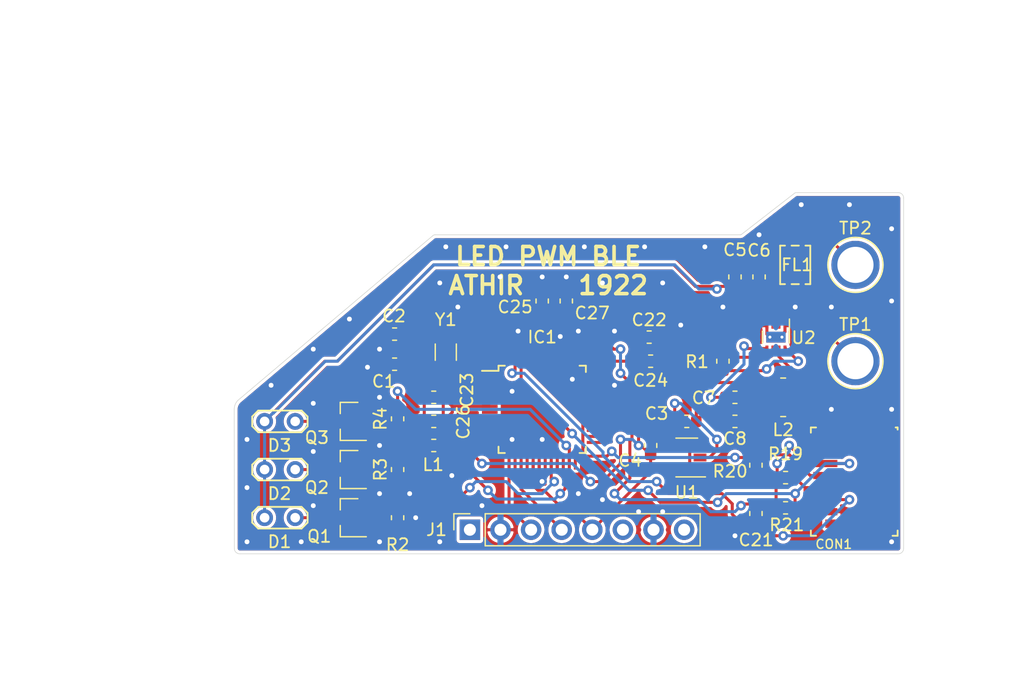
<source format=kicad_pcb>
(kicad_pcb (version 20171130) (host pcbnew "(5.1.0)-1")
  (layers (0 F.Cu signal) (31 B.Cu signal) (34 B.Paste user) (35 F.Paste user) (36 B.SilkS user) (37 F.SilkS user) (38 B.Mask user) (39 F.Mask user) (44 Edge.Cuts user))
  (net 0 "")
  (net 1 GND)
  (net 2 "Net-(C1-Pad1)")
  (net 3 "Net-(C2-Pad1)")
  (net 4 "Net-(C3-Pad2)")
  (net 5 +5V)
  (net 6 VCC)
  (net 7 +12V)
  (net 8 /DEBUG/MCU_RESET)
  (net 9 /SAMD21PWR/GNDANA)
  (net 10 /SAMD21PWR/VDDANA)
  (net 11 /SAMD21PWR/VDDCORE)
  (net 12 /UART_TX)
  (net 13 /DEBUG/SWCLK)
  (net 14 /DEBUG/SWDIO)
  (net 15 "Net-(D1-Pad1)")
  (net 16 "Net-(D2-Pad1)")
  (net 17 "Net-(D3-Pad1)")
  (net 18 "Net-(FL1-Pad2)")
  (net 19 "Net-(FL1-Pad1)")
  (net 20 "Net-(J1-Pad8)")
  (net 21 "Net-(J1-Pad6)")
  (net 22 /BLE_RX)
  (net 23 /BLE_TX)
  (net 24 "Net-(J1-Pad1)")
  (net 25 "Net-(L2-Pad1)")
  (net 26 "Net-(Q1-Pad1)")
  (net 27 "Net-(Q2-Pad1)")
  (net 28 "Net-(Q3-Pad1)")
  (net 29 "Net-(R1-Pad2)")
  (net 30 /PWM_2-TCC5)
  (net 31 /PWM_0-TCC2)
  (net 32 /PWM_1-TCC0)
  (net 33 "Net-(U1-Pad4)")
  (net 34 "Net-(IC1-Pad48)")
  (net 35 "Net-(IC1-Pad41)")
  (net 36 "Net-(IC1-Pad39)")
  (net 37 "Net-(IC1-Pad38)")
  (net 38 "Net-(IC1-Pad37)")
  (net 39 "Net-(IC1-Pad34)")
  (net 40 "Net-(IC1-Pad33)")
  (net 41 "Net-(IC1-Pad32)")
  (net 42 "Net-(IC1-Pad31)")
  (net 43 "Net-(IC1-Pad30)")
  (net 44 "Net-(IC1-Pad29)")
  (net 45 "Net-(IC1-Pad28)")
  (net 46 "Net-(IC1-Pad27)")
  (net 47 "Net-(IC1-Pad26)")
  (net 48 "Net-(IC1-Pad25)")
  (net 49 "Net-(IC1-Pad24)")
  (net 50 "Net-(IC1-Pad22)")
  (net 51 "Net-(IC1-Pad19)")
  (net 52 "Net-(IC1-Pad16)")
  (net 53 "Net-(IC1-Pad14)")
  (net 54 "Net-(IC1-Pad12)")
  (net 55 "Net-(IC1-Pad11)")
  (net 56 "Net-(IC1-Pad10)")
  (net 57 "Net-(IC1-Pad9)")
  (net 58 "Net-(IC1-Pad8)")
  (net 59 "Net-(IC1-Pad7)")
  (net 60 "Net-(IC1-Pad4)")
  (net 61 "Net-(IC1-Pad3)")
  (net 62 "Net-(C7-Pad2)")
  (net 63 "Net-(CON1-Pad7)")
  (module athir:HFW6R_2STE1LF (layer F.Cu) (at 177 103 270)
    (fp_text reference CON1 (at 5.2 -0.2) (layer F.SilkS) (effects (font (size 0.75 0.75) (thickness 0.125))))
    (fp_text value FPC_6POS)
    (pad 7 smd rect (at 3.5 -1.6 270) (size 0.7 4.2) (layers F.Cu F.Paste F.Mask) (net 63 "Net-(CON1-Pad7)"))
    (pad 6 smd rect (at 2.5 0.5 270) (size 0.6 2) (layers F.Cu F.Paste F.Mask) (net 1 GND))
    (pad 5 smd rect (at 1.5 0.5 270) (size 0.6 2) (layers F.Cu F.Paste F.Mask) (net 12 /UART_TX))
    (pad 4 smd rect (at 0.5 0.5 270) (size 0.6 2) (layers F.Cu F.Paste F.Mask) (net 8 /DEBUG/MCU_RESET))
    (pad 3 smd rect (at -0.5 0.5 270) (size 0.6 2) (layers F.Cu F.Paste F.Mask) (net 13 /DEBUG/SWCLK))
    (pad 2 smd rect (at -1.5 0.5 270) (size 0.6 2) (layers F.Cu F.Paste F.Mask) (net 14 /DEBUG/SWDIO))
    (pad 1 smd rect (at -2.5 0.5 270) (size 0.6 2) (layers F.Cu F.Paste F.Mask) (net 6 VCC))
    (pad 7 smd rect (at -3.5 -1.6 270) (size 0.7 4.2) (layers F.Cu F.Paste F.Mask) (net 63 "Net-(CON1-Pad7)"))
  )
  (module Crystal:Crystal_SMD_3215-2Pin_3.2x1.5mm (layer F.Cu) (at 145 92.25 90)
    (fp_text reference Y1 (at 2.7 0 180) (layer F.SilkS))
    (fp_text value Crystal_Small)
    (pad 2 smd rect (at -1.25 0 90) (size 1 1.8) (layers F.Cu F.Paste F.Mask) (net 2 "Net-(C1-Pad1)"))
    (pad 1 smd rect (at 1.25 0 90) (size 1 1.8) (layers F.Cu F.Paste F.Mask) (net 3 "Net-(C2-Pad1)"))
  )
  (module TestPoint:TestPoint_Plated_Hole_D3.0mm (layer F.Cu) (at 179 85)
    (fp_text reference TP2 (at 0 -3.048) (layer F.SilkS))
    (fp_text value PSU-)
    (pad 1 thru_hole circle (at 0 0) (size 4 4) (drill 3) (layers *.Cu *.Mask) (net 18 "Net-(FL1-Pad2)"))
  )
  (module TestPoint:TestPoint_Plated_Hole_D3.0mm (layer F.Cu) (at 179 93)
    (fp_text reference TP1 (at 0 -3.048) (layer F.SilkS))
    (fp_text value PSU+)
    (pad 1 thru_hole circle (at 0 0) (size 4 4) (drill 3) (layers *.Cu *.Mask) (net 19 "Net-(FL1-Pad1)"))
  )
  (module Package_QFP:TQFP-48_7x7mm_P0.5mm (layer F.Cu) (at 153 97)
    (fp_text reference IC1 (at 0 -6) (layer F.SilkS))
    (fp_text value ATSAMD21G18A-AU)
    (pad 48 smd rect (at -2.75 -4.35 90) (size 1.3 0.25) (layers F.Cu F.Paste F.Mask) (net 34 "Net-(IC1-Pad48)"))
    (pad 47 smd rect (at -2.25 -4.35 90) (size 1.3 0.25) (layers F.Cu F.Paste F.Mask) (net 12 /UART_TX))
    (pad 46 smd rect (at -1.75 -4.35 90) (size 1.3 0.25) (layers F.Cu F.Paste F.Mask) (net 14 /DEBUG/SWDIO))
    (pad 45 smd rect (at -1.25 -4.35 90) (size 1.3 0.25) (layers F.Cu F.Paste F.Mask) (net 13 /DEBUG/SWCLK))
    (pad 44 smd rect (at -0.75 -4.35 90) (size 1.3 0.25) (layers F.Cu F.Paste F.Mask) (net 6 VCC))
    (pad 43 smd rect (at -0.25 -4.35 90) (size 1.3 0.25) (layers F.Cu F.Paste F.Mask) (net 11 /SAMD21PWR/VDDCORE))
    (pad 42 smd rect (at 0.25 -4.35 90) (size 1.3 0.25) (layers F.Cu F.Paste F.Mask) (net 1 GND))
    (pad 41 smd rect (at 0.75 -4.35 90) (size 1.3 0.25) (layers F.Cu F.Paste F.Mask) (net 35 "Net-(IC1-Pad41)"))
    (pad 40 smd rect (at 1.25 -4.35 90) (size 1.3 0.25) (layers F.Cu F.Paste F.Mask) (net 8 /DEBUG/MCU_RESET))
    (pad 39 smd rect (at 1.75 -4.35 90) (size 1.3 0.25) (layers F.Cu F.Paste F.Mask) (net 36 "Net-(IC1-Pad39)"))
    (pad 38 smd rect (at 2.25 -4.35 90) (size 1.3 0.25) (layers F.Cu F.Paste F.Mask) (net 37 "Net-(IC1-Pad38)"))
    (pad 37 smd rect (at 2.75 -4.35 90) (size 1.3 0.25) (layers F.Cu F.Paste F.Mask) (net 38 "Net-(IC1-Pad37)"))
    (pad 36 smd rect (at 4.35 -2.75) (size 1.3 0.25) (layers F.Cu F.Paste F.Mask) (net 6 VCC))
    (pad 35 smd rect (at 4.35 -2.25) (size 1.3 0.25) (layers F.Cu F.Paste F.Mask) (net 1 GND))
    (pad 34 smd rect (at 4.35 -1.75) (size 1.3 0.25) (layers F.Cu F.Paste F.Mask) (net 39 "Net-(IC1-Pad34)"))
    (pad 33 smd rect (at 4.35 -1.25) (size 1.3 0.25) (layers F.Cu F.Paste F.Mask) (net 40 "Net-(IC1-Pad33)"))
    (pad 32 smd rect (at 4.35 -0.75) (size 1.3 0.25) (layers F.Cu F.Paste F.Mask) (net 41 "Net-(IC1-Pad32)"))
    (pad 31 smd rect (at 4.35 -0.25) (size 1.3 0.25) (layers F.Cu F.Paste F.Mask) (net 42 "Net-(IC1-Pad31)"))
    (pad 30 smd rect (at 4.35 0.25) (size 1.3 0.25) (layers F.Cu F.Paste F.Mask) (net 43 "Net-(IC1-Pad30)"))
    (pad 29 smd rect (at 4.35 0.75) (size 1.3 0.25) (layers F.Cu F.Paste F.Mask) (net 44 "Net-(IC1-Pad29)"))
    (pad 28 smd rect (at 4.35 1.25) (size 1.3 0.25) (layers F.Cu F.Paste F.Mask) (net 45 "Net-(IC1-Pad28)"))
    (pad 27 smd rect (at 4.35 1.75) (size 1.3 0.25) (layers F.Cu F.Paste F.Mask) (net 46 "Net-(IC1-Pad27)"))
    (pad 26 smd rect (at 4.35 2.25) (size 1.3 0.25) (layers F.Cu F.Paste F.Mask) (net 47 "Net-(IC1-Pad26)"))
    (pad 25 smd rect (at 4.35 2.75) (size 1.3 0.25) (layers F.Cu F.Paste F.Mask) (net 48 "Net-(IC1-Pad25)"))
    (pad 24 smd rect (at 2.75 4.35 90) (size 1.3 0.25) (layers F.Cu F.Paste F.Mask) (net 49 "Net-(IC1-Pad24)"))
    (pad 23 smd rect (at 2.25 4.35 90) (size 1.3 0.25) (layers F.Cu F.Paste F.Mask) (net 32 /PWM_1-TCC0))
    (pad 22 smd rect (at 1.75 4.35 90) (size 1.3 0.25) (layers F.Cu F.Paste F.Mask) (net 50 "Net-(IC1-Pad22)"))
    (pad 21 smd rect (at 1.25 4.35 90) (size 1.3 0.25) (layers F.Cu F.Paste F.Mask) (net 31 /PWM_0-TCC2))
    (pad 20 smd rect (at 0.75 4.35 90) (size 1.3 0.25) (layers F.Cu F.Paste F.Mask) (net 30 /PWM_2-TCC5))
    (pad 19 smd rect (at 0.25 4.35 90) (size 1.3 0.25) (layers F.Cu F.Paste F.Mask) (net 51 "Net-(IC1-Pad19)"))
    (pad 18 smd rect (at -0.25 4.35 90) (size 1.3 0.25) (layers F.Cu F.Paste F.Mask) (net 1 GND))
    (pad 17 smd rect (at -0.75 4.35 90) (size 1.3 0.25) (layers F.Cu F.Paste F.Mask) (net 6 VCC))
    (pad 16 smd rect (at -1.25 4.35 90) (size 1.3 0.25) (layers F.Cu F.Paste F.Mask) (net 52 "Net-(IC1-Pad16)"))
    (pad 15 smd rect (at -1.75 4.35 90) (size 1.3 0.25) (layers F.Cu F.Paste F.Mask) (net 22 /BLE_RX))
    (pad 14 smd rect (at -2.25 4.35 90) (size 1.3 0.25) (layers F.Cu F.Paste F.Mask) (net 53 "Net-(IC1-Pad14)"))
    (pad 13 smd rect (at -2.75 4.35 90) (size 1.3 0.25) (layers F.Cu F.Paste F.Mask) (net 23 /BLE_TX))
    (pad 12 smd rect (at -4.35 2.75) (size 1.3 0.25) (layers F.Cu F.Paste F.Mask) (net 54 "Net-(IC1-Pad12)"))
    (pad 11 smd rect (at -4.35 2.25) (size 1.3 0.25) (layers F.Cu F.Paste F.Mask) (net 55 "Net-(IC1-Pad11)"))
    (pad 10 smd rect (at -4.35 1.75) (size 1.3 0.25) (layers F.Cu F.Paste F.Mask) (net 56 "Net-(IC1-Pad10)"))
    (pad 9 smd rect (at -4.35 1.25) (size 1.3 0.25) (layers F.Cu F.Paste F.Mask) (net 57 "Net-(IC1-Pad9)"))
    (pad 8 smd rect (at -4.35 0.75) (size 1.3 0.25) (layers F.Cu F.Paste F.Mask) (net 58 "Net-(IC1-Pad8)"))
    (pad 7 smd rect (at -4.35 0.25) (size 1.3 0.25) (layers F.Cu F.Paste F.Mask) (net 59 "Net-(IC1-Pad7)"))
    (pad 6 smd rect (at -4.35 -0.25) (size 1.3 0.25) (layers F.Cu F.Paste F.Mask) (net 10 /SAMD21PWR/VDDANA))
    (pad 5 smd rect (at -4.35 -0.75) (size 1.3 0.25) (layers F.Cu F.Paste F.Mask) (net 9 /SAMD21PWR/GNDANA))
    (pad 4 smd rect (at -4.35 -1.25) (size 1.3 0.25) (layers F.Cu F.Paste F.Mask) (net 60 "Net-(IC1-Pad4)"))
    (pad 3 smd rect (at -4.35 -1.75) (size 1.3 0.25) (layers F.Cu F.Paste F.Mask) (net 61 "Net-(IC1-Pad3)"))
    (pad 2 smd rect (at -4.35 -2.25) (size 1.3 0.25) (layers F.Cu F.Paste F.Mask) (net 2 "Net-(C1-Pad1)"))
    (pad 1 smd rect (at -4.35 -2.75) (size 1.3 0.25) (layers F.Cu F.Paste F.Mask) (net 3 "Net-(C2-Pad1)"))
  )
  (module Package_SON:WSON-8-1EP_2x2mm_P0.5mm_EP0.9x1.6mm_ThermalVias (layer F.Cu) (at 172.4 91 270)
    (fp_text reference U2 (at 0.05 -2.3) (layer F.SilkS))
    (fp_text value TPS62173DSG)
    (pad 9 smd rect (at 0 0 270) (size 0.9 1.6) (layers B.Cu) (net 1 GND))
    (pad 6 smd rect (at 0.95 0.25 270) (size 0.5 0.25) (layers F.Cu F.Paste F.Mask) (net 5 +5V))
    (pad 5 smd rect (at 0.95 0.75 270) (size 0.5 0.25) (layers F.Cu F.Paste F.Mask) (net 62 "Net-(C7-Pad2)"))
    (pad 4 smd rect (at -0.95 0.75 270) (size 0.5 0.25) (layers F.Cu F.Paste F.Mask) (net 1 GND))
    (pad 2 smd rect (at -0.95 -0.25 270) (size 0.5 0.25) (layers F.Cu F.Paste F.Mask) (net 7 +12V))
    (pad 1 smd rect (at -0.95 -0.75 270) (size 0.5 0.25) (layers F.Cu F.Paste F.Mask) (net 1 GND))
    (pad 9 smd rect (at 0 0 270) (size 0.9 1.6) (layers F.Cu F.Mask) (net 1 GND))
    (pad 9 thru_hole circle (at 0 0.5 270) (size 0.6 0.6) (drill 0.25) (layers *.Cu) (net 1 GND))
    (pad 9 thru_hole circle (at 0 -0.5 270) (size 0.6 0.6) (drill 0.25) (layers *.Cu) (net 1 GND))
    (pad 8 smd rect (at 0.95 -0.75 270) (size 0.5 0.25) (layers F.Cu F.Paste F.Mask) (net 29 "Net-(R1-Pad2)"))
    (pad 7 smd rect (at 0.95 -0.25 270) (size 0.5 0.25) (layers F.Cu F.Paste F.Mask) (net 25 "Net-(L2-Pad1)"))
    (pad 3 smd rect (at -0.95 0.25 270) (size 0.5 0.25) (layers F.Cu F.Paste F.Mask) (net 7 +12V))
  )
  (module Package_TO_SOT_SMD:SOT-23-5 (layer F.Cu) (at 165 101 180)
    (fp_text reference U1 (at 0 -2.9 180) (layer F.SilkS))
    (fp_text value MIC5504-3.3YM5)
    (pad 5 smd rect (at 1.1 -0.95 180) (size 1.06 0.65) (layers F.Cu F.Paste F.Mask) (net 6 VCC))
    (pad 4 smd rect (at 1.1 0.95 180) (size 1.06 0.65) (layers F.Cu F.Paste F.Mask) (net 33 "Net-(U1-Pad4)"))
    (pad 3 smd rect (at -1.1 0.95 180) (size 1.06 0.65) (layers F.Cu F.Paste F.Mask) (net 5 +5V))
    (pad 2 smd rect (at -1.1 0 180) (size 1.06 0.65) (layers F.Cu F.Paste F.Mask) (net 4 "Net-(C3-Pad2)"))
    (pad 1 smd rect (at -1.1 -0.95 180) (size 1.06 0.65) (layers F.Cu F.Paste F.Mask) (net 5 +5V))
  )
  (module Resistor_SMD:R_0603_1608Metric (layer F.Cu) (at 173.2 105.18)
    (fp_text reference R21 (at 0.1 1.42) (layer F.SilkS))
    (fp_text value 100kohm)
    (pad 2 smd roundrect (at 0.7875 0) (size 0.875 0.95) (layers F.Cu F.Paste F.Mask) (net 14 /DEBUG/SWDIO))
    (pad 1 smd roundrect (at -0.7875 0) (size 0.875 0.95) (layers F.Cu F.Paste F.Mask) (net 6 VCC))
  )
  (module Resistor_SMD:R_0603_1608Metric (layer F.Cu) (at 170.74 101.64 90)
    (fp_text reference R20 (at -0.51 -2.14 180) (layer F.SilkS))
    (fp_text value 100kohm)
    (pad 2 smd roundrect (at 0.7875 0 90) (size 0.875 0.95) (layers F.Cu F.Paste F.Mask) (net 13 /DEBUG/SWCLK))
    (pad 1 smd roundrect (at -0.7875 0 90) (size 0.875 0.95) (layers F.Cu F.Paste F.Mask) (net 6 VCC))
  )
  (module Resistor_SMD:R_0603_1608Metric (layer F.Cu) (at 173.2 102.67)
    (fp_text reference R19 (at 0 -1.97) (layer F.SilkS))
    (fp_text value 100kohm)
    (pad 2 smd roundrect (at 0.7875 0) (size 0.875 0.95) (layers F.Cu F.Paste F.Mask) (net 8 /DEBUG/MCU_RESET))
    (pad 1 smd roundrect (at -0.7875 0) (size 0.875 0.95) (layers F.Cu F.Paste F.Mask) (net 6 VCC))
  )
  (module Resistor_SMD:R_0603_1608Metric (layer F.Cu) (at 141 97.7875 90)
    (fp_text reference R4 (at 0 -1.43 90) (layer F.SilkS))
    (fp_text value 1k)
    (pad 2 smd roundrect (at 0.7875 0 90) (size 0.875 0.95) (layers F.Cu F.Paste F.Mask) (net 32 /PWM_1-TCC0))
    (pad 1 smd roundrect (at -0.7875 0 90) (size 0.875 0.95) (layers F.Cu F.Paste F.Mask) (net 28 "Net-(Q3-Pad1)"))
  )
  (module Resistor_SMD:R_0603_1608Metric (layer F.Cu) (at 141 102 90)
    (fp_text reference R3 (at 0 -1.43 90) (layer F.SilkS))
    (fp_text value 1k)
    (pad 2 smd roundrect (at 0.7875 0 90) (size 0.875 0.95) (layers F.Cu F.Paste F.Mask) (net 31 /PWM_0-TCC2))
    (pad 1 smd roundrect (at -0.7875 0 90) (size 0.875 0.95) (layers F.Cu F.Paste F.Mask) (net 27 "Net-(Q2-Pad1)"))
  )
  (module Resistor_SMD:R_0603_1608Metric (layer F.Cu) (at 141 106 90)
    (fp_text reference R2 (at -2.25 0 180) (layer F.SilkS))
    (fp_text value 1k)
    (pad 2 smd roundrect (at 0.7875 0 90) (size 0.875 0.95) (layers F.Cu F.Paste F.Mask) (net 30 /PWM_2-TCC5))
    (pad 1 smd roundrect (at -0.7875 0 90) (size 0.875 0.95) (layers F.Cu F.Paste F.Mask) (net 26 "Net-(Q1-Pad1)"))
  )
  (module Resistor_SMD:R_0603_1608Metric (layer F.Cu) (at 168 93 270)
    (fp_text reference R1 (at 0.05 2.15) (layer F.SilkS))
    (fp_text value 100k)
    (pad 2 smd roundrect (at 0.7875 0 270) (size 0.875 0.95) (layers F.Cu F.Paste F.Mask) (net 29 "Net-(R1-Pad2)"))
    (pad 1 smd roundrect (at -0.7875 0 270) (size 0.875 0.95) (layers F.Cu F.Paste F.Mask) (net 5 +5V))
  )
  (module Package_TO_SOT_SMD:SOT-23 (layer F.Cu) (at 137 98 180)
    (fp_text reference Q3 (at 2.7 -1.35 180) (layer F.SilkS))
    (fp_text value NTR5103NT1G)
    (pad 3 smd rect (at 1 0 180) (size 0.9 0.8) (layers F.Cu F.Paste F.Mask) (net 17 "Net-(D3-Pad1)"))
    (pad 2 smd rect (at -1 0.95 180) (size 0.9 0.8) (layers F.Cu F.Paste F.Mask) (net 1 GND))
    (pad 1 smd rect (at -1 -0.95 180) (size 0.9 0.8) (layers F.Cu F.Paste F.Mask) (net 28 "Net-(Q3-Pad1)"))
  )
  (module Package_TO_SOT_SMD:SOT-23 (layer F.Cu) (at 137 102 180)
    (fp_text reference Q2 (at 2.7 -1.5 180) (layer F.SilkS))
    (fp_text value NTR5103NT1G)
    (pad 3 smd rect (at 1 0 180) (size 0.9 0.8) (layers F.Cu F.Paste F.Mask) (net 16 "Net-(D2-Pad1)"))
    (pad 2 smd rect (at -1 0.95 180) (size 0.9 0.8) (layers F.Cu F.Paste F.Mask) (net 1 GND))
    (pad 1 smd rect (at -1 -0.95 180) (size 0.9 0.8) (layers F.Cu F.Paste F.Mask) (net 27 "Net-(Q2-Pad1)"))
  )
  (module Package_TO_SOT_SMD:SOT-23 (layer F.Cu) (at 137 106 180)
    (fp_text reference Q1 (at 2.5 -1.55 180) (layer F.SilkS))
    (fp_text value NTR5103NT1G)
    (pad 3 smd rect (at 1 0 180) (size 0.9 0.8) (layers F.Cu F.Paste F.Mask) (net 15 "Net-(D1-Pad1)"))
    (pad 2 smd rect (at -1 0.95 180) (size 0.9 0.8) (layers F.Cu F.Paste F.Mask) (net 1 GND))
    (pad 1 smd rect (at -1 -0.95 180) (size 0.9 0.8) (layers F.Cu F.Paste F.Mask) (net 26 "Net-(Q1-Pad1)"))
  )
  (module Inductor_SMD:L_Wuerth_MAPI-3020 (layer F.Cu) (at 173 96 180)
    (fp_text reference L2 (at 0 -2.7 180) (layer F.SilkS))
    (fp_text value 2.2uH)
    (pad 2 smd rect (at 1.075 0 180) (size 1.35 3.4) (layers F.Cu F.Paste F.Mask) (net 5 +5V))
    (pad 1 smd rect (at -1.075 0 180) (size 1.35 3.4) (layers F.Cu F.Paste F.Mask) (net 25 "Net-(L2-Pad1)"))
  )
  (module Inductor_SMD:L_0603_1608Metric (layer F.Cu) (at 144 100)
    (fp_text reference L1 (at -0.05 1.6) (layer F.SilkS))
    (fp_text value Ferrite_Bead_Small)
    (pad 2 smd roundrect (at 0.7875 0) (size 0.875 0.95) (layers F.Cu F.Paste F.Mask) (net 6 VCC))
    (pad 1 smd roundrect (at -0.7875 0) (size 0.875 0.95) (layers F.Cu F.Paste F.Mask) (net 10 /SAMD21PWR/VDDANA))
  )
  (module Connector_PinSocket_2.54mm:PinSocket_1x08_P2.54mm_Vertical (layer F.Cu) (at 147 107 90)
    (fp_text reference J1 (at 0 -2.77 180) (layer F.SilkS))
    (fp_text value Conn_01x08)
    (pad 8 thru_hole oval (at 0 17.78 90) (size 1.7 1.7) (drill 1) (layers *.Cu *.Mask) (net 20 "Net-(J1-Pad8)"))
    (pad 7 thru_hole oval (at 0 15.24 90) (size 1.7 1.7) (drill 1) (layers *.Cu *.Mask) (net 1 GND))
    (pad 6 thru_hole oval (at 0 12.7 90) (size 1.7 1.7) (drill 1) (layers *.Cu *.Mask) (net 21 "Net-(J1-Pad6)"))
    (pad 5 thru_hole oval (at 0 10.16 90) (size 1.7 1.7) (drill 1) (layers *.Cu *.Mask) (net 6 VCC))
    (pad 4 thru_hole oval (at 0 7.62 90) (size 1.7 1.7) (drill 1) (layers *.Cu *.Mask) (net 22 /BLE_RX))
    (pad 3 thru_hole oval (at 0 5.08 90) (size 1.7 1.7) (drill 1) (layers *.Cu *.Mask) (net 23 /BLE_TX))
    (pad 2 thru_hole oval (at 0 2.54 90) (size 1.7 1.7) (drill 1) (layers *.Cu *.Mask) (net 1 GND))
    (pad 1 thru_hole rect (at 0 0 90) (size 1.7 1.7) (drill 1) (layers *.Cu *.Mask) (net 24 "Net-(J1-Pad1)"))
  )
  (module athir:ACP3225 (layer F.Cu) (at 174 85 270)
    (fp_text reference FL1 (at 0 -0.15) (layer F.SilkS))
    (fp_text value ACP3225)
    (pad 3 smd rect (at 1.4 0.575 270) (size 0.9 0.4) (layers F.Cu F.Paste F.Mask) (net 1 GND))
    (pad 4 smd rect (at 1.4 -0.575 270) (size 0.9 0.4) (layers F.Cu F.Paste F.Mask) (net 7 +12V))
    (pad 2 smd rect (at -1.4 0.575 270) (size 0.9 0.4) (layers F.Cu F.Paste F.Mask) (net 18 "Net-(FL1-Pad2)"))
    (pad 1 smd rect (at -1.4 -0.575 270) (size 0.9 0.4) (layers F.Cu F.Paste F.Mask) (net 19 "Net-(FL1-Pad1)"))
  )
  (module TestPoint:TestPoint_2Pads_Pitch2.54mm_Drill0.8mm (layer F.Cu) (at 132.5 98 180)
    (fp_text reference D3 (at 1.3 -2 180) (layer F.SilkS))
    (fp_text value LED_ALT)
    (pad 2 thru_hole circle (at 2.54 0 180) (size 1.4 1.4) (drill 0.8) (layers *.Cu *.Mask) (net 7 +12V))
    (pad 1 thru_hole circle (at 0 0 180) (size 1.4 1.4) (drill 0.8) (layers *.Cu *.Mask) (net 17 "Net-(D3-Pad1)"))
  )
  (module TestPoint:TestPoint_2Pads_Pitch2.54mm_Drill0.8mm (layer F.Cu) (at 132.5 102 180)
    (fp_text reference D2 (at 1.3 -2 180) (layer F.SilkS))
    (fp_text value LED_ALT)
    (pad 2 thru_hole circle (at 2.54 0 180) (size 1.4 1.4) (drill 0.8) (layers *.Cu *.Mask) (net 7 +12V))
    (pad 1 thru_hole circle (at 0 0 180) (size 1.4 1.4) (drill 0.8) (layers *.Cu *.Mask) (net 16 "Net-(D2-Pad1)"))
  )
  (module TestPoint:TestPoint_2Pads_Pitch2.54mm_Drill0.8mm (layer F.Cu) (at 132.5 106 180)
    (fp_text reference D1 (at 1.3 -2 180) (layer F.SilkS))
    (fp_text value LED_ALT)
    (pad 2 thru_hole circle (at 2.54 0 180) (size 1.4 1.4) (drill 0.8) (layers *.Cu *.Mask) (net 7 +12V))
    (pad 1 thru_hole circle (at 0 0 180) (size 1.4 1.4) (drill 0.8) (layers *.Cu *.Mask) (net 15 "Net-(D1-Pad1)"))
  )
  (module Capacitor_SMD:C_0603_1608Metric (layer F.Cu) (at 155 88 90)
    (fp_text reference C27 (at -1 2.15 180) (layer F.SilkS))
    (fp_text value 1uF)
    (pad 2 smd roundrect (at 0.7875 0 90) (size 0.875 0.95) (layers F.Cu F.Paste F.Mask) (net 1 GND))
    (pad 1 smd roundrect (at -0.7875 0 90) (size 0.875 0.95) (layers F.Cu F.Paste F.Mask) (net 11 /SAMD21PWR/VDDCORE))
  )
  (module Capacitor_SMD:C_0603_1608Metric (layer F.Cu) (at 144 98 180)
    (fp_text reference C26 (at -2.45 -0.05 270) (layer F.SilkS))
    (fp_text value 100nF)
    (pad 2 smd roundrect (at 0.7875 0 180) (size 0.875 0.95) (layers F.Cu F.Paste F.Mask) (net 9 /SAMD21PWR/GNDANA))
    (pad 1 smd roundrect (at -0.7875 0 180) (size 0.875 0.95) (layers F.Cu F.Paste F.Mask) (net 10 /SAMD21PWR/VDDANA))
  )
  (module Capacitor_SMD:C_0603_1608Metric (layer F.Cu) (at 153 88 90)
    (fp_text reference C25 (at -0.5 -2.25 180) (layer F.SilkS))
    (fp_text value 100nF)
    (pad 2 smd roundrect (at 0.7875 0 90) (size 0.875 0.95) (layers F.Cu F.Paste F.Mask) (net 1 GND))
    (pad 1 smd roundrect (at -0.7875 0 90) (size 0.875 0.95) (layers F.Cu F.Paste F.Mask) (net 6 VCC))
  )
  (module Capacitor_SMD:C_0603_1608Metric (layer F.Cu) (at 162 93)
    (fp_text reference C24 (at 0 1.6) (layer F.SilkS))
    (fp_text value 100nF)
    (pad 2 smd roundrect (at 0.7875 0) (size 0.875 0.95) (layers F.Cu F.Paste F.Mask) (net 1 GND))
    (pad 1 smd roundrect (at -0.7875 0) (size 0.875 0.95) (layers F.Cu F.Paste F.Mask) (net 6 VCC))
  )
  (module Capacitor_SMD:C_0603_1608Metric (layer F.Cu) (at 144 96 180)
    (fp_text reference C23 (at -2.75 0.6 270) (layer F.SilkS))
    (fp_text value 10uF)
    (pad 2 smd roundrect (at 0.7875 0 180) (size 0.875 0.95) (layers F.Cu F.Paste F.Mask) (net 9 /SAMD21PWR/GNDANA))
    (pad 1 smd roundrect (at -0.7875 0 180) (size 0.875 0.95) (layers F.Cu F.Paste F.Mask) (net 10 /SAMD21PWR/VDDANA))
  )
  (module Capacitor_SMD:C_0603_1608Metric (layer F.Cu) (at 161.88 91)
    (fp_text reference C22 (at 0 -1.43) (layer F.SilkS))
    (fp_text value 10uF)
    (pad 2 smd roundrect (at 0.7875 0) (size 0.875 0.95) (layers F.Cu F.Paste F.Mask) (net 1 GND))
    (pad 1 smd roundrect (at -0.7875 0) (size 0.875 0.95) (layers F.Cu F.Paste F.Mask) (net 6 VCC))
  )
  (module Capacitor_SMD:C_0603_1608Metric (layer F.Cu) (at 170.74 105.65 270)
    (fp_text reference C21 (at 2.2 -0.01) (layer F.SilkS))
    (fp_text value 100nF)
    (pad 2 smd roundrect (at 0.7875 0 270) (size 0.875 0.95) (layers F.Cu F.Paste F.Mask) (net 1 GND))
    (pad 1 smd roundrect (at -0.7875 0 270) (size 0.875 0.95) (layers F.Cu F.Paste F.Mask) (net 8 /DEBUG/MCU_RESET))
  )
  (module Capacitor_SMD:C_0603_1608Metric (layer F.Cu) (at 169 98 180)
    (fp_text reference C8 (at 0 -1.43 180) (layer F.SilkS))
    (fp_text value 100nF)
    (pad 2 smd roundrect (at 0.7875 0 180) (size 0.875 0.95) (layers F.Cu F.Paste F.Mask) (net 62 "Net-(C7-Pad2)"))
    (pad 1 smd roundrect (at -0.7875 0 180) (size 0.875 0.95) (layers F.Cu F.Paste F.Mask) (net 5 +5V))
  )
  (module Capacitor_SMD:C_0603_1608Metric (layer F.Cu) (at 169 96 180)
    (fp_text reference C7 (at 2.6 -0.05 180) (layer F.SilkS))
    (fp_text value 22uF)
    (pad 2 smd roundrect (at 0.7875 0 180) (size 0.875 0.95) (layers F.Cu F.Paste F.Mask) (net 62 "Net-(C7-Pad2)"))
    (pad 1 smd roundrect (at -0.7875 0 180) (size 0.875 0.95) (layers F.Cu F.Paste F.Mask) (net 5 +5V))
  )
  (module Capacitor_SMD:C_0603_1608Metric (layer F.Cu) (at 171 86 90)
    (fp_text reference C6 (at 2.2 0 180) (layer F.SilkS))
    (fp_text value 22uF)
    (pad 2 smd roundrect (at 0.7875 0 90) (size 0.875 0.95) (layers F.Cu F.Paste F.Mask) (net 1 GND))
    (pad 1 smd roundrect (at -0.7875 0 90) (size 0.875 0.95) (layers F.Cu F.Paste F.Mask) (net 7 +12V))
  )
  (module Capacitor_SMD:C_0603_1608Metric (layer F.Cu) (at 169 86 90)
    (fp_text reference C5 (at 2.25 0 180) (layer F.SilkS))
    (fp_text value 100nF)
    (pad 2 smd roundrect (at 0.7875 0 90) (size 0.875 0.95) (layers F.Cu F.Paste F.Mask) (net 1 GND))
    (pad 1 smd roundrect (at -0.7875 0 90) (size 0.875 0.95) (layers F.Cu F.Paste F.Mask) (net 7 +12V))
  )
  (module Capacitor_SMD:C_0603_1608Metric (layer F.Cu) (at 162 100 90)
    (fp_text reference C4 (at -1.25 -1.7 180) (layer F.SilkS))
    (fp_text value 10uF)
    (pad 2 smd roundrect (at 0.7875 0 90) (size 0.875 0.95) (layers F.Cu F.Paste F.Mask) (net 4 "Net-(C3-Pad2)"))
    (pad 1 smd roundrect (at -0.7875 0 90) (size 0.875 0.95) (layers F.Cu F.Paste F.Mask) (net 6 VCC))
  )
  (module Capacitor_SMD:C_0603_1608Metric (layer F.Cu) (at 165 98 180)
    (fp_text reference C3 (at 2.5 0.65 180) (layer F.SilkS))
    (fp_text value 100nF)
    (pad 2 smd roundrect (at 0.7875 0 180) (size 0.875 0.95) (layers F.Cu F.Paste F.Mask) (net 4 "Net-(C3-Pad2)"))
    (pad 1 smd roundrect (at -0.7875 0 180) (size 0.875 0.95) (layers F.Cu F.Paste F.Mask) (net 5 +5V))
  )
  (module Capacitor_SMD:C_0603_1608Metric (layer F.Cu) (at 140.75 90.75 180)
    (fp_text reference C2 (at 0.05 1.5 180) (layer F.SilkS))
    (fp_text value 15pF)
    (pad 2 smd roundrect (at 0.7875 0 180) (size 0.875 0.95) (layers F.Cu F.Paste F.Mask) (net 1 GND))
    (pad 1 smd roundrect (at -0.7875 0 180) (size 0.875 0.95) (layers F.Cu F.Paste F.Mask) (net 3 "Net-(C2-Pad1)"))
  )
  (module Capacitor_SMD:C_0603_1608Metric (layer F.Cu) (at 140.75 93.25 180)
    (fp_text reference C1 (at 0.9 -1.43 180) (layer F.SilkS))
    (fp_text value 15pF)
    (pad 2 smd roundrect (at 0.7875 0 180) (size 0.875 0.95) (layers F.Cu F.Paste F.Mask) (net 1 GND))
    (pad 1 smd roundrect (at -0.7875 0 180) (size 0.875 0.95) (layers F.Cu F.Paste F.Mask) (net 2 "Net-(C1-Pad1)"))
  )
  (gr_text "LED PWM BLE\nATHIR    1922" (at 153.5 85.5) (layer F.SilkS) (effects (font (size 1.5 1.5) (thickness 0.3))))
  (gr_arc (start 174.056066 79.15) (end 174.056066 79) (angle -45) (layer Edge.Cuts) (width 0.05))
  (gr_arc (start 169.45 82.35) (end 169.45 82.5) (angle -45) (layer Edge.Cuts) (width 0.05))
  (gr_arc (start 144.1 82.75) (end 144.1 82.5) (angle -45) (layer Edge.Cuts) (width 0.05))
  (gr_line (start 143.923223 82.573223) (end 127.750001 96.250001) (layer Edge.Cuts) (width 0.05))
  (gr_arc (start 182.55 79.45) (end 183 79.45) (angle -90) (layer Edge.Cuts) (width 0.05))
  (gr_arc (start 182.55 108.55) (end 182.55 109) (angle -90) (layer Edge.Cuts) (width 0.05))
  (gr_arc (start 127.9 108.55) (end 127.45 108.55) (angle -90) (layer Edge.Cuts) (width 0.05))
  (gr_arc (start 128.5 97) (end 127.750001 96.250001) (angle -45) (layer Edge.Cuts) (width 0.05))
  (gr_line (start 182.55 79) (end 174.056066 79) (layer Edge.Cuts) (width 0.05))
  (gr_line (start 127.439341 97) (end 127.45 108.55) (layer Edge.Cuts) (width 0.05))
  (gr_line (start 169.45 82.5) (end 144.1 82.5) (layer Edge.Cuts) (width 0.05))
  (gr_line (start 173.95 79.043934) (end 169.556066 82.456066) (layer Edge.Cuts) (width 0.05))
  (gr_line (start 182.55 109) (end 127.9 109) (layer Edge.Cuts) (width 0.05))
  (gr_line (start 183 79.45) (end 183 108.55) (layer Edge.Cuts) (width 0.05))
  (segment (start 171.65 90.75) (end 171.65 90.05) (width 0.25) (layer F.Cu) (net 1))
  (segment (start 171.9 91) (end 171.65 90.75) (width 0.25) (layer F.Cu) (net 1))
  (segment (start 172.7 91) (end 172.4 91) (width 0.25) (layer F.Cu) (net 1))
  (segment (start 173.15 90.55) (end 172.7 91) (width 0.25) (layer F.Cu) (net 1))
  (segment (start 173.15 90.05) (end 173.15 90.55) (width 0.25) (layer F.Cu) (net 1))
  (via (at 155 86) (size 0.8) (drill 0.4) (layers F.Cu B.Cu) (net 1))
  (via (at 153 86) (size 0.8) (drill 0.4) (layers F.Cu B.Cu) (net 1))
  (via (at 159 95) (size 0.8) (drill 0.4) (layers F.Cu B.Cu) (net 1))
  (segment (start 158.75 94.75) (end 159 95) (width 0.25) (layer F.Cu) (net 1))
  (segment (start 157.35 94.75) (end 158.75 94.75) (width 0.25) (layer F.Cu) (net 1))
  (segment (start 152.75 101.35) (end 152.75 102.750013) (width 0.25) (layer F.Cu) (net 1))
  (segment (start 152.75 102.750013) (end 152.987334 102.987347) (width 0.25) (layer F.Cu) (net 1))
  (via (at 152.987334 102.987347) (size 0.8) (drill 0.4) (layers F.Cu B.Cu) (net 1))
  (segment (start 153.25 91.75) (end 154.050011 90.949989) (width 0.25) (layer F.Cu) (net 1))
  (segment (start 154.050011 90.949989) (end 154.5 90.949989) (width 0.25) (layer F.Cu) (net 1))
  (segment (start 153.25 92.65) (end 153.25 91.75) (width 0.25) (layer F.Cu) (net 1))
  (via (at 154.5 90.949989) (size 0.8) (drill 0.4) (layers F.Cu B.Cu) (net 1))
  (via (at 182 97) (size 0.8) (drill 0.4) (layers F.Cu B.Cu) (net 1))
  (via (at 177 97) (size 0.8) (drill 0.4) (layers F.Cu B.Cu) (net 1))
  (via (at 182 108) (size 0.8) (drill 0.4) (layers F.Cu B.Cu) (net 1))
  (via (at 169 107.5) (size 0.8) (drill 0.4) (layers F.Cu B.Cu) (net 1))
  (via (at 161 105.5) (size 0.8) (drill 0.4) (layers F.Cu B.Cu) (net 1))
  (via (at 163 105.5) (size 0.8) (drill 0.4) (layers F.Cu B.Cu) (net 1))
  (via (at 158 104.5) (size 0.8) (drill 0.4) (layers F.Cu B.Cu) (net 1))
  (via (at 156 104) (size 0.8) (drill 0.4) (layers F.Cu B.Cu) (net 1))
  (via (at 148 105) (size 0.8) (drill 0.4) (layers F.Cu B.Cu) (net 1))
  (via (at 144.5 108) (size 0.8) (drill 0.4) (layers F.Cu B.Cu) (net 1))
  (via (at 142.5 106) (size 0.8) (drill 0.4) (layers F.Cu B.Cu) (net 1))
  (via (at 142 104) (size 0.8) (drill 0.4) (layers F.Cu B.Cu) (net 1))
  (via (at 145.5 102.5) (size 0.8) (drill 0.4) (layers F.Cu B.Cu) (net 1))
  (via (at 139.5 104) (size 0.8) (drill 0.4) (layers F.Cu B.Cu) (net 1))
  (via (at 139.5 108) (size 0.8) (drill 0.4) (layers F.Cu B.Cu) (net 1))
  (via (at 133 108) (size 0.8) (drill 0.4) (layers F.Cu B.Cu) (net 1))
  (via (at 134 105) (size 0.8) (drill 0.4) (layers F.Cu B.Cu) (net 1))
  (via (at 134 100.5) (size 0.8) (drill 0.4) (layers F.Cu B.Cu) (net 1))
  (via (at 134 96.5) (size 0.8) (drill 0.4) (layers F.Cu B.Cu) (net 1))
  (via (at 139.5 100) (size 0.8) (drill 0.4) (layers F.Cu B.Cu) (net 1))
  (via (at 139.5 96) (size 0.8) (drill 0.4) (layers F.Cu B.Cu) (net 1))
  (via (at 138.5 93.5) (size 0.8) (drill 0.4) (layers F.Cu B.Cu) (net 1))
  (via (at 139.5 92) (size 0.8) (drill 0.4) (layers F.Cu B.Cu) (net 1))
  (via (at 145 83.5) (size 0.8) (drill 0.4) (layers F.Cu B.Cu) (net 1))
  (via (at 137 89.5) (size 0.8) (drill 0.4) (layers F.Cu B.Cu) (net 1))
  (via (at 134 92) (size 0.8) (drill 0.4) (layers F.Cu B.Cu) (net 1))
  (via (at 130.5 95) (size 0.8) (drill 0.4) (layers F.Cu B.Cu) (net 1))
  (via (at 128.5 99.5) (size 0.8) (drill 0.4) (layers F.Cu B.Cu) (net 1))
  (via (at 128.5 103.5) (size 0.8) (drill 0.4) (layers F.Cu B.Cu) (net 1))
  (via (at 128.5 108) (size 0.8) (drill 0.4) (layers F.Cu B.Cu) (net 1))
  (via (at 150 83.5) (size 0.8) (drill 0.4) (layers F.Cu B.Cu) (net 1))
  (via (at 156.5 83.5) (size 0.8) (drill 0.4) (layers F.Cu B.Cu) (net 1))
  (via (at 144.5 86.5) (size 0.8) (drill 0.4) (layers F.Cu B.Cu) (net 1))
  (via (at 149.5 86) (size 0.8) (drill 0.4) (layers F.Cu B.Cu) (net 1))
  (via (at 151 90.5) (size 0.8) (drill 0.4) (layers F.Cu B.Cu) (net 1))
  (via (at 146 88.5) (size 0.8) (drill 0.4) (layers F.Cu B.Cu) (net 1))
  (via (at 155.5 94.5) (size 0.8) (drill 0.4) (layers F.Cu B.Cu) (net 1))
  (via (at 150.5 99.5) (size 0.8) (drill 0.4) (layers F.Cu B.Cu) (net 1))
  (via (at 153 99.5) (size 0.8) (drill 0.4) (layers F.Cu B.Cu) (net 1))
  (via (at 150.5 95.5) (size 0.8) (drill 0.4) (layers F.Cu B.Cu) (net 1))
  (via (at 156 90.5) (size 0.8) (drill 0.4) (layers F.Cu B.Cu) (net 1))
  (via (at 159 90.5) (size 0.8) (drill 0.4) (layers F.Cu B.Cu) (net 1))
  (via (at 158 86.5) (size 0.8) (drill 0.4) (layers F.Cu B.Cu) (net 1))
  (via (at 163 86.5) (size 0.8) (drill 0.4) (layers F.Cu B.Cu) (net 1))
  (via (at 164.5 90) (size 0.8) (drill 0.4) (layers F.Cu B.Cu) (net 1))
  (via (at 168 88.5) (size 0.8) (drill 0.4) (layers F.Cu B.Cu) (net 1))
  (via (at 161.5 83.5) (size 0.8) (drill 0.4) (layers F.Cu B.Cu) (net 1))
  (via (at 166.5 83.5) (size 0.8) (drill 0.4) (layers F.Cu B.Cu) (net 1))
  (via (at 171 82.5) (size 0.8) (drill 0.4) (layers F.Cu B.Cu) (net 1))
  (via (at 174.5 80) (size 0.8) (drill 0.4) (layers F.Cu B.Cu) (net 1))
  (via (at 178.5 80) (size 0.8) (drill 0.4) (layers F.Cu B.Cu) (net 1))
  (via (at 182 82) (size 0.8) (drill 0.4) (layers F.Cu B.Cu) (net 1))
  (via (at 182 88) (size 0.8) (drill 0.4) (layers F.Cu B.Cu) (net 1))
  (via (at 177 88.5) (size 0.8) (drill 0.4) (layers F.Cu B.Cu) (net 1))
  (via (at 174 88.5) (size 0.8) (drill 0.4) (layers F.Cu B.Cu) (net 1))
  (segment (start 162.7875 91.12) (end 162.6675 91) (width 0.25) (layer F.Cu) (net 1))
  (segment (start 162.7875 93) (end 162.7875 91.12) (width 0.25) (layer F.Cu) (net 1))
  (segment (start 147.75 94.75) (end 148.65 94.75) (width 0.25) (layer F.Cu) (net 2))
  (segment (start 147.4 94.75) (end 147.75 94.75) (width 0.25) (layer F.Cu) (net 2))
  (segment (start 146.15 93.5) (end 147.4 94.75) (width 0.25) (layer F.Cu) (net 2))
  (segment (start 145 93.5) (end 146.15 93.5) (width 0.25) (layer F.Cu) (net 2))
  (segment (start 144.75 93.25) (end 145 93.5) (width 0.25) (layer F.Cu) (net 2))
  (segment (start 141.5375 93.25) (end 144.75 93.25) (width 0.25) (layer F.Cu) (net 2))
  (segment (start 145 91.125) (end 145 91) (width 0.25) (layer F.Cu) (net 3))
  (segment (start 148.125 94.25) (end 145 91.125) (width 0.25) (layer F.Cu) (net 3))
  (segment (start 148.65 94.25) (end 148.125 94.25) (width 0.25) (layer F.Cu) (net 3))
  (segment (start 144.75 90.75) (end 145 91) (width 0.25) (layer F.Cu) (net 3))
  (segment (start 141.5375 90.75) (end 144.75 90.75) (width 0.25) (layer F.Cu) (net 3))
  (segment (start 163.2125 98) (end 162 99.2125) (width 0.25) (layer F.Cu) (net 4))
  (segment (start 164.2125 98) (end 163.2125 98) (width 0.25) (layer F.Cu) (net 4))
  (via (at 167.5 99.5) (size 0.8) (drill 0.4) (layers F.Cu B.Cu) (net 4))
  (segment (start 167.5 100.38) (end 167.5 99.5) (width 0.25) (layer F.Cu) (net 4))
  (segment (start 166.1 101) (end 166.88 101) (width 0.25) (layer F.Cu) (net 4))
  (segment (start 166.88 101) (end 167.5 100.38) (width 0.25) (layer F.Cu) (net 4))
  (via (at 164 96.5) (size 0.8) (drill 0.4) (layers F.Cu B.Cu) (net 4))
  (segment (start 167.5 99.5) (end 164.5 96.5) (width 0.25) (layer B.Cu) (net 4))
  (segment (start 164.5 96.5) (end 164 96.5) (width 0.25) (layer B.Cu) (net 4))
  (segment (start 164 97.7875) (end 164.2125 98) (width 0.25) (layer F.Cu) (net 4))
  (segment (start 164 96.5) (end 164 97.7875) (width 0.25) (layer F.Cu) (net 4))
  (segment (start 165.7875 99.7375) (end 166.1 100.05) (width 0.25) (layer F.Cu) (net 5))
  (segment (start 165.7875 98) (end 165.7875 99.7375) (width 0.25) (layer F.Cu) (net 5))
  (segment (start 165.32 100.05) (end 166.1 100.05) (width 0.25) (layer F.Cu) (net 5))
  (segment (start 165.244999 100.125001) (end 165.32 100.05) (width 0.25) (layer F.Cu) (net 5))
  (segment (start 165.244999 101.874999) (end 165.244999 100.125001) (width 0.25) (layer F.Cu) (net 5))
  (segment (start 165.32 101.95) (end 165.244999 101.874999) (width 0.25) (layer F.Cu) (net 5))
  (segment (start 166.1 101.95) (end 165.32 101.95) (width 0.25) (layer F.Cu) (net 5))
  (segment (start 167.19999 93.01251) (end 167.19999 94.98749) (width 0.25) (layer F.Cu) (net 5))
  (segment (start 168 92.2125) (end 167.19999 93.01251) (width 0.25) (layer F.Cu) (net 5))
  (segment (start 168.2625 91.95) (end 168 92.2125) (width 0.25) (layer F.Cu) (net 5))
  (segment (start 172.15 91.95) (end 172.15 92.075) (width 0.25) (layer F.Cu) (net 5))
  (segment (start 169.7875 98) (end 169.7875 96) (width 0.25) (layer F.Cu) (net 5))
  (segment (start 169.7875 96) (end 171.925 96) (width 0.25) (layer F.Cu) (net 5))
  (segment (start 172.15 92.45) (end 172 92.6) (width 0.25) (layer F.Cu) (net 5))
  (segment (start 172.15 91.95) (end 172.15 92.45) (width 0.25) (layer F.Cu) (net 5))
  (segment (start 172 92.6) (end 171.65 92.6) (width 0.25) (layer F.Cu) (net 5))
  (segment (start 168.461612 92.674112) (end 168 92.2125) (width 0.25) (layer F.Cu) (net 5))
  (segment (start 171.575888 92.674112) (end 168.461612 92.674112) (width 0.25) (layer F.Cu) (net 5))
  (segment (start 171.65 92.6) (end 171.575888 92.674112) (width 0.25) (layer F.Cu) (net 5))
  (segment (start 165.7875 97.425) (end 165.7875 98) (width 0.25) (layer F.Cu) (net 5))
  (segment (start 165.7875 96.139496) (end 165.7875 97.425) (width 0.25) (layer F.Cu) (net 5))
  (segment (start 167.412481 94.774999) (end 167.19999 94.98749) (width 0.25) (layer F.Cu) (net 5))
  (segment (start 169.7875 96) (end 169.7875 95.425) (width 0.25) (layer F.Cu) (net 5))
  (segment (start 166.939506 94.98749) (end 165.7875 96.139496) (width 0.25) (layer F.Cu) (net 5))
  (segment (start 169.7875 95.425) (end 169.137499 94.774999) (width 0.25) (layer F.Cu) (net 5))
  (segment (start 167.19999 94.98749) (end 166.939506 94.98749) (width 0.25) (layer F.Cu) (net 5))
  (segment (start 169.137499 94.774999) (end 167.412481 94.774999) (width 0.25) (layer F.Cu) (net 5))
  (segment (start 158.225 93) (end 157.225 94) (width 0.25) (layer F.Cu) (net 6))
  (segment (start 161.2125 93) (end 158.225 93) (width 0.25) (layer F.Cu) (net 6))
  (segment (start 157.225 94.125) (end 157.35 94.25) (width 0.25) (layer F.Cu) (net 6))
  (segment (start 157.225 94) (end 157.225 94.125) (width 0.25) (layer F.Cu) (net 6))
  (segment (start 153 88.575) (end 152.25 89.325) (width 0.25) (layer F.Cu) (net 6))
  (segment (start 152.25 91.75) (end 152.25 92.65) (width 0.25) (layer F.Cu) (net 6))
  (segment (start 152.25 89.325) (end 152.25 91.75) (width 0.25) (layer F.Cu) (net 6))
  (segment (start 161.0925 92.88) (end 161.2125 93) (width 0.25) (layer F.Cu) (net 6))
  (segment (start 161.0925 91) (end 161.0925 92.88) (width 0.25) (layer F.Cu) (net 6))
  (segment (start 162 102.16) (end 157.16 107) (width 0.25) (layer F.Cu) (net 6))
  (segment (start 162 100.7875) (end 162 102.16) (width 0.25) (layer F.Cu) (net 6))
  (segment (start 162.21 101.95) (end 162 102.16) (width 0.25) (layer F.Cu) (net 6))
  (segment (start 163.9 101.95) (end 162.21 101.95) (width 0.25) (layer F.Cu) (net 6))
  (via (at 173.5 100) (size 0.8) (drill 0.4) (layers F.Cu B.Cu) (net 6))
  (segment (start 176.5 100.5) (end 174 100.5) (width 0.25) (layer F.Cu) (net 6))
  (segment (start 174 100.5) (end 173.5 100) (width 0.25) (layer F.Cu) (net 6))
  (via (at 172.5 101.5) (size 0.8) (drill 0.4) (layers F.Cu B.Cu) (net 6))
  (segment (start 173.5 100.5) (end 172.5 101.5) (width 0.25) (layer B.Cu) (net 6))
  (segment (start 173.5 100) (end 173.5 100.5) (width 0.25) (layer B.Cu) (net 6))
  (segment (start 172.5 102.5825) (end 172.4125 102.67) (width 0.25) (layer F.Cu) (net 6))
  (segment (start 172.5 101.5) (end 172.5 102.5825) (width 0.25) (layer F.Cu) (net 6))
  (segment (start 172.17 102.4275) (end 172.4125 102.67) (width 0.25) (layer F.Cu) (net 6))
  (segment (start 170.74 102.4275) (end 172.17 102.4275) (width 0.25) (layer F.Cu) (net 6))
  (segment (start 172.4125 102.67) (end 172.4125 105.18) (width 0.25) (layer F.Cu) (net 6))
  (segment (start 164.68 101.95) (end 163.9 101.95) (width 0.25) (layer F.Cu) (net 6))
  (segment (start 165.619112 102.889112) (end 164.68 101.95) (width 0.25) (layer F.Cu) (net 6))
  (segment (start 170.278388 102.889112) (end 165.619112 102.889112) (width 0.25) (layer F.Cu) (net 6))
  (segment (start 170.74 102.4275) (end 170.278388 102.889112) (width 0.25) (layer F.Cu) (net 6))
  (segment (start 156.310001 106.150001) (end 157.16 107) (width 0.25) (layer F.Cu) (net 6))
  (segment (start 153.151998 103.725002) (end 155.576997 106.150001) (width 0.25) (layer F.Cu) (net 6))
  (segment (start 152.651985 103.725002) (end 153.151998 103.725002) (width 0.25) (layer F.Cu) (net 6))
  (segment (start 152.25 103.323017) (end 152.651985 103.725002) (width 0.25) (layer F.Cu) (net 6))
  (segment (start 155.576997 106.150001) (end 156.310001 106.150001) (width 0.25) (layer F.Cu) (net 6))
  (segment (start 152.25 101.35) (end 152.25 103.323017) (width 0.25) (layer F.Cu) (net 6))
  (segment (start 160.630888 90.538388) (end 161.0925 91) (width 0.25) (layer F.Cu) (net 6))
  (segment (start 158.11749 88.02499) (end 160.630888 90.538388) (width 0.25) (layer F.Cu) (net 6))
  (segment (start 153.76251 88.02499) (end 158.11749 88.02499) (width 0.25) (layer F.Cu) (net 6))
  (segment (start 153 88.7875) (end 153.76251 88.02499) (width 0.25) (layer F.Cu) (net 6))
  (via (at 148 101.5) (size 0.8) (drill 0.4) (layers F.Cu B.Cu) (net 6))
  (segment (start 144.7875 100) (end 146.5 100) (width 0.25) (layer F.Cu) (net 6))
  (segment (start 146.5 100) (end 148 101.5) (width 0.25) (layer F.Cu) (net 6))
  (segment (start 148 101.5) (end 155 101.5) (width 0.25) (layer B.Cu) (net 6))
  (via (at 157 103) (size 0.8) (drill 0.4) (layers F.Cu B.Cu) (net 6))
  (segment (start 155 101.5) (end 155.5 101.5) (width 0.25) (layer B.Cu) (net 6))
  (segment (start 155.5 101.5) (end 157 103) (width 0.25) (layer B.Cu) (net 6))
  (segment (start 157 103) (end 158 103) (width 0.25) (layer F.Cu) (net 6))
  (segment (start 158 103) (end 159.5 101.5) (width 0.25) (layer F.Cu) (net 6))
  (segment (start 159.5 101.5) (end 159.5 99.5) (width 0.25) (layer F.Cu) (net 6))
  (via (at 159.5 99.5) (size 0.8) (drill 0.4) (layers F.Cu B.Cu) (net 6))
  (via (at 161 100) (size 0.8) (drill 0.4) (layers F.Cu B.Cu) (net 6))
  (segment (start 159.5 99.5) (end 160.5 99.5) (width 0.25) (layer B.Cu) (net 6))
  (segment (start 160.5 99.5) (end 161 100) (width 0.25) (layer B.Cu) (net 6))
  (segment (start 161.2125 100) (end 162 100.7875) (width 0.25) (layer F.Cu) (net 6))
  (segment (start 161 100) (end 161.2125 100) (width 0.25) (layer F.Cu) (net 6))
  (segment (start 161 93.2125) (end 161.2125 93) (width 0.25) (layer F.Cu) (net 6))
  (segment (start 161 100) (end 161 93.2125) (width 0.25) (layer F.Cu) (net 6))
  (segment (start 172.275 90.05) (end 172.25 90.025) (width 0.25) (layer F.Cu) (net 7))
  (segment (start 172.65 90.05) (end 172.275 90.05) (width 0.25) (layer F.Cu) (net 7))
  (segment (start 172.275 88.95) (end 172.275 90.05) (width 0.25) (layer F.Cu) (net 7))
  (segment (start 174.575 86.65) (end 172.275 88.95) (width 0.25) (layer F.Cu) (net 7))
  (segment (start 174.575 86.4) (end 174.575 86.65) (width 0.25) (layer F.Cu) (net 7))
  (segment (start 171 87.675) (end 172.275 88.95) (width 0.25) (layer F.Cu) (net 7))
  (segment (start 171 86.7875) (end 171 87.675) (width 0.25) (layer F.Cu) (net 7))
  (segment (start 171 86.7875) (end 169 86.7875) (width 0.25) (layer F.Cu) (net 7))
  (segment (start 129.96 105.010051) (end 129.96 102) (width 0.25) (layer B.Cu) (net 7))
  (segment (start 129.96 106) (end 129.96 105.010051) (width 0.25) (layer B.Cu) (net 7))
  (segment (start 129.96 101.010051) (end 129.96 98) (width 0.25) (layer B.Cu) (net 7))
  (segment (start 129.96 102) (end 129.96 101.010051) (width 0.25) (layer B.Cu) (net 7))
  (via (at 167.5 87) (size 0.8) (drill 0.4) (layers F.Cu B.Cu) (net 7))
  (segment (start 134.96 93) (end 129.96 98) (width 0.25) (layer F.Cu) (net 7))
  (segment (start 136 93) (end 134.96 93) (width 0.25) (layer F.Cu) (net 7))
  (segment (start 144 85) (end 136 93) (width 0.25) (layer F.Cu) (net 7))
  (segment (start 163.925 85) (end 144 85) (width 0.25) (layer F.Cu) (net 7))
  (segment (start 169 86.7875) (end 165.7125 86.7875) (width 0.25) (layer F.Cu) (net 7))
  (segment (start 165.7125 86.7875) (end 163.925 85) (width 0.25) (layer F.Cu) (net 7))
  (segment (start 164 85) (end 166 87) (width 0.25) (layer B.Cu) (net 7))
  (segment (start 130.659999 97.300001) (end 130.699999 97.300001) (width 0.25) (layer B.Cu) (net 7))
  (segment (start 129.96 98) (end 130.659999 97.300001) (width 0.25) (layer B.Cu) (net 7))
  (segment (start 130.699999 97.300001) (end 135 93) (width 0.25) (layer B.Cu) (net 7))
  (segment (start 166 87) (end 167.5 87) (width 0.25) (layer B.Cu) (net 7))
  (segment (start 135 93) (end 136 93) (width 0.25) (layer B.Cu) (net 7))
  (segment (start 136 93) (end 144 85) (width 0.25) (layer B.Cu) (net 7))
  (segment (start 144 85) (end 164 85) (width 0.25) (layer B.Cu) (net 7))
  (segment (start 174.8175 103.5) (end 173.9875 102.67) (width 0.25) (layer F.Cu) (net 8))
  (segment (start 176.5 103.5) (end 174.8175 103.5) (width 0.25) (layer F.Cu) (net 8))
  (segment (start 174.8175 103.5) (end 174.8175 105.6825) (width 0.25) (layer F.Cu) (net 8))
  (segment (start 171.201612 105.324112) (end 170.74 104.8625) (width 0.25) (layer F.Cu) (net 8))
  (segment (start 171.85751 105.98001) (end 171.201612 105.324112) (width 0.25) (layer F.Cu) (net 8))
  (segment (start 174.51999 105.98001) (end 171.85751 105.98001) (width 0.25) (layer F.Cu) (net 8))
  (segment (start 174.8175 105.6825) (end 174.51999 105.98001) (width 0.25) (layer F.Cu) (net 8))
  (via (at 169.5 105) (size 0.8) (drill 0.4) (layers F.Cu B.Cu) (net 8))
  (segment (start 170.74 104.8625) (end 169.6375 104.8625) (width 0.25) (layer F.Cu) (net 8))
  (segment (start 169.6375 104.8625) (end 169.5 105) (width 0.25) (layer F.Cu) (net 8))
  (segment (start 169.5 105) (end 169 105.5) (width 0.25) (layer B.Cu) (net 8))
  (segment (start 169 105.5) (end 167 105.5) (width 0.25) (layer B.Cu) (net 8))
  (segment (start 167 105.5) (end 166 104.5) (width 0.25) (layer B.Cu) (net 8))
  (via (at 159 104) (size 0.8) (drill 0.4) (layers F.Cu B.Cu) (net 8))
  (segment (start 166 104.5) (end 159.5 104.5) (width 0.25) (layer B.Cu) (net 8))
  (segment (start 159.5 104.5) (end 159 104) (width 0.25) (layer B.Cu) (net 8))
  (via (at 159.5 94) (size 0.8) (drill 0.4) (layers F.Cu B.Cu) (net 8))
  (via (at 159.5 92) (size 0.8) (drill 0.4) (layers F.Cu B.Cu) (net 8))
  (segment (start 159.5 94) (end 159.5 92) (width 0.25) (layer B.Cu) (net 8))
  (segment (start 154.25 91.75) (end 154.25 92.65) (width 0.25) (layer F.Cu) (net 8))
  (segment (start 158.934315 92) (end 158.609314 91.674999) (width 0.25) (layer F.Cu) (net 8))
  (segment (start 154.325001 91.674999) (end 154.25 91.75) (width 0.25) (layer F.Cu) (net 8))
  (segment (start 158.609314 91.674999) (end 154.325001 91.674999) (width 0.25) (layer F.Cu) (net 8))
  (segment (start 159.5 92) (end 158.934315 92) (width 0.25) (layer F.Cu) (net 8))
  (segment (start 159 104) (end 160.274999 102.725001) (width 0.25) (layer F.Cu) (net 8))
  (segment (start 160.450011 94.950011) (end 159.899999 94.399999) (width 0.25) (layer F.Cu) (net 8))
  (segment (start 160.274999 102.725001) (end 160.274999 99.651999) (width 0.25) (layer F.Cu) (net 8))
  (segment (start 159.899999 94.399999) (end 159.5 94) (width 0.25) (layer F.Cu) (net 8))
  (segment (start 160.450011 99.476987) (end 160.450011 94.950011) (width 0.25) (layer F.Cu) (net 8))
  (segment (start 160.274999 99.651999) (end 160.450011 99.476987) (width 0.25) (layer F.Cu) (net 8))
  (segment (start 147.75 96.25) (end 146.5 95) (width 0.25) (layer F.Cu) (net 9))
  (segment (start 148.65 96.25) (end 147.75 96.25) (width 0.25) (layer F.Cu) (net 9))
  (segment (start 144.2125 95) (end 143.2125 96) (width 0.25) (layer F.Cu) (net 9))
  (segment (start 146.5 95) (end 144.2125 95) (width 0.25) (layer F.Cu) (net 9))
  (segment (start 143.2125 98) (end 143.2125 96) (width 0.25) (layer F.Cu) (net 9))
  (segment (start 145.5375 96.75) (end 148.65 96.75) (width 0.25) (layer F.Cu) (net 10))
  (segment (start 144.7875 96) (end 145.5375 96.75) (width 0.25) (layer F.Cu) (net 10))
  (segment (start 144.7875 96) (end 144.7875 98) (width 0.25) (layer F.Cu) (net 10))
  (segment (start 145.5375 97.25) (end 144.7875 98) (width 0.25) (layer F.Cu) (net 10))
  (segment (start 145.5375 96.75) (end 145.5375 97.25) (width 0.25) (layer F.Cu) (net 10))
  (segment (start 143.2125 99.575) (end 143.2125 100) (width 0.25) (layer F.Cu) (net 10))
  (segment (start 144.7875 98) (end 143.2125 99.575) (width 0.25) (layer F.Cu) (net 10))
  (segment (start 152.75 91.0375) (end 152.75 92.65) (width 0.25) (layer F.Cu) (net 11))
  (segment (start 155 88.7875) (end 152.75 91.0375) (width 0.25) (layer F.Cu) (net 11))
  (via (at 150.5 94) (size 0.8) (drill 0.4) (layers F.Cu B.Cu) (net 12))
  (segment (start 150.75 92.65) (end 150.75 93.75) (width 0.25) (layer F.Cu) (net 12))
  (segment (start 150.75 93.75) (end 150.5 94) (width 0.25) (layer F.Cu) (net 12))
  (via (at 162.5 103) (size 0.8) (drill 0.4) (layers F.Cu B.Cu) (net 12))
  (via (at 173 107.5) (size 0.8) (drill 0.4) (layers F.Cu B.Cu) (net 12))
  (via (at 178.5 104.5) (size 0.8) (drill 0.4) (layers F.Cu B.Cu) (net 12))
  (segment (start 173 107.5) (end 175.5 107.5) (width 0.25) (layer B.Cu) (net 12))
  (segment (start 175.5 107.5) (end 178.5 104.5) (width 0.25) (layer B.Cu) (net 12))
  (segment (start 178.5 104.5) (end 176.5 104.5) (width 0.25) (layer F.Cu) (net 12))
  (segment (start 162.5 103) (end 163.5 104) (width 0.25) (layer F.Cu) (net 12))
  (segment (start 170.558506 107.5) (end 172.434315 107.5) (width 0.25) (layer F.Cu) (net 12))
  (segment (start 172.434315 107.5) (end 173 107.5) (width 0.25) (layer F.Cu) (net 12))
  (segment (start 168.774998 105.716492) (end 170.558506 107.5) (width 0.25) (layer F.Cu) (net 12))
  (segment (start 168.774998 104.848002) (end 168.774998 105.716492) (width 0.25) (layer F.Cu) (net 12))
  (segment (start 167.926996 104) (end 168.774998 104.848002) (width 0.25) (layer F.Cu) (net 12))
  (segment (start 163.5 104) (end 167.926996 104) (width 0.25) (layer F.Cu) (net 12))
  (segment (start 158.049988 100.549988) (end 158.049988 100.835342) (width 0.25) (layer B.Cu) (net 12))
  (segment (start 150.5 94) (end 151.5 94) (width 0.25) (layer B.Cu) (net 12))
  (segment (start 160.214646 103) (end 161.934315 103) (width 0.25) (layer B.Cu) (net 12))
  (segment (start 151.5 94) (end 158.049988 100.549988) (width 0.25) (layer B.Cu) (net 12))
  (segment (start 158.049988 100.835342) (end 160.214646 103) (width 0.25) (layer B.Cu) (net 12))
  (segment (start 161.934315 103) (end 162.5 103) (width 0.25) (layer B.Cu) (net 12))
  (segment (start 175.25 102.5) (end 173.524999 100.774999) (width 0.25) (layer F.Cu) (net 13))
  (segment (start 171.315 100.8525) (end 170.74 100.8525) (width 0.25) (layer F.Cu) (net 13))
  (segment (start 171.392501 100.774999) (end 171.315 100.8525) (width 0.25) (layer F.Cu) (net 13))
  (segment (start 176.5 102.5) (end 175.25 102.5) (width 0.25) (layer F.Cu) (net 13))
  (segment (start 173.524999 100.774999) (end 171.392501 100.774999) (width 0.25) (layer F.Cu) (net 13))
  (via (at 169 101) (size 0.8) (drill 0.4) (layers F.Cu B.Cu) (net 13))
  (segment (start 170.5925 101) (end 170.74 100.8525) (width 0.25) (layer F.Cu) (net 13))
  (segment (start 169 101) (end 170.5925 101) (width 0.25) (layer F.Cu) (net 13))
  (via (at 158.77499 100.48734) (size 0.8) (drill 0.4) (layers F.Cu B.Cu) (net 13))
  (segment (start 156.387339 100.887339) (end 158.374991 100.887339) (width 0.25) (layer F.Cu) (net 13))
  (segment (start 158.374991 100.887339) (end 158.77499 100.48734) (width 0.25) (layer F.Cu) (net 13))
  (segment (start 156.374999 100.874999) (end 156.387339 100.887339) (width 0.25) (layer F.Cu) (net 13))
  (segment (start 156.374999 98.174999) (end 156.374999 100.874999) (width 0.25) (layer F.Cu) (net 13))
  (segment (start 151.75 92.65) (end 151.75 93.55) (width 0.25) (layer F.Cu) (net 13))
  (segment (start 151.75 93.55) (end 156.374999 98.174999) (width 0.25) (layer F.Cu) (net 13))
  (segment (start 159.28765 101) (end 159.174989 100.887339) (width 0.25) (layer B.Cu) (net 13))
  (segment (start 159.174989 100.887339) (end 158.77499 100.48734) (width 0.25) (layer B.Cu) (net 13))
  (segment (start 169 101) (end 159.28765 101) (width 0.25) (layer B.Cu) (net 13))
  (via (at 174 104) (size 0.8) (drill 0.4) (layers F.Cu B.Cu) (net 14))
  (segment (start 173.9875 105.18) (end 173.9875 104.0125) (width 0.25) (layer F.Cu) (net 14))
  (segment (start 173.9875 104.0125) (end 174 104) (width 0.25) (layer F.Cu) (net 14))
  (via (at 178.5 101.5) (size 0.8) (drill 0.4) (layers F.Cu B.Cu) (net 14))
  (segment (start 174 104) (end 176.5 101.5) (width 0.25) (layer B.Cu) (net 14))
  (segment (start 176.5 101.5) (end 178.5 101.5) (width 0.25) (layer B.Cu) (net 14))
  (segment (start 178.5 101.5) (end 176.5 101.5) (width 0.25) (layer F.Cu) (net 14))
  (segment (start 151.25 92.65) (end 151.25 94.77532) (width 0.25) (layer F.Cu) (net 14))
  (segment (start 155.087341 98.612661) (end 155.48734 99.01266) (width 0.25) (layer F.Cu) (net 14))
  (segment (start 151.25 94.77532) (end 155.087341 98.612661) (width 0.25) (layer F.Cu) (net 14))
  (via (at 155.48734 99.01266) (size 0.8) (drill 0.4) (layers F.Cu B.Cu) (net 14))
  (segment (start 155.48734 99.01266) (end 160.19969 103.72501) (width 0.25) (layer B.Cu) (net 14))
  (segment (start 160.19969 103.72501) (end 161.2272 103.72501) (width 0.25) (layer B.Cu) (net 14))
  (segment (start 161.2272 103.72501) (end 161.792885 103.72501) (width 0.25) (layer B.Cu) (net 14))
  (via (at 161.792885 103.72501) (size 0.8) (drill 0.4) (layers F.Cu B.Cu) (net 14))
  (segment (start 162.792885 104.72501) (end 166.991858 104.72501) (width 0.25) (layer F.Cu) (net 14))
  (segment (start 166.991858 104.72501) (end 167.557543 104.72501) (width 0.25) (layer F.Cu) (net 14))
  (segment (start 168.282553 104) (end 167.957542 104.325011) (width 0.25) (layer B.Cu) (net 14))
  (segment (start 167.957542 104.325011) (end 167.557543 104.72501) (width 0.25) (layer B.Cu) (net 14))
  (segment (start 174 104) (end 168.282553 104) (width 0.25) (layer B.Cu) (net 14))
  (via (at 167.557543 104.72501) (size 0.8) (drill 0.4) (layers F.Cu B.Cu) (net 14))
  (segment (start 161.792885 103.72501) (end 162.792885 104.72501) (width 0.25) (layer F.Cu) (net 14))
  (segment (start 132.5 106) (end 136 106) (width 0.25) (layer F.Cu) (net 15))
  (segment (start 136 102) (end 132.5 102) (width 0.25) (layer F.Cu) (net 16))
  (segment (start 136 98) (end 132.5 98) (width 0.25) (layer F.Cu) (net 17))
  (segment (start 173.425 82.9) (end 174.575 81.75) (width 0.25) (layer F.Cu) (net 18))
  (segment (start 173.425 83.6) (end 173.425 82.9) (width 0.25) (layer F.Cu) (net 18))
  (segment (start 175.75 81.75) (end 179 85) (width 0.25) (layer F.Cu) (net 18))
  (segment (start 174.575 81.75) (end 175.75 81.75) (width 0.25) (layer F.Cu) (net 18))
  (segment (start 174.575 84.3) (end 175.75 85.475) (width 0.25) (layer F.Cu) (net 19))
  (segment (start 174.575 83.6) (end 174.575 84.3) (width 0.25) (layer F.Cu) (net 19))
  (segment (start 175.75 89.75) (end 179 93) (width 0.25) (layer F.Cu) (net 19))
  (segment (start 175.75 85.475) (end 175.75 89.75) (width 0.25) (layer F.Cu) (net 19))
  (segment (start 151.25 103.63) (end 154.62 107) (width 0.25) (layer F.Cu) (net 22))
  (segment (start 151.25 101.35) (end 151.25 103.63) (width 0.25) (layer F.Cu) (net 22))
  (segment (start 150.25 105.17) (end 152.08 107) (width 0.25) (layer F.Cu) (net 23))
  (segment (start 150.25 101.35) (end 150.25 105.17) (width 0.25) (layer F.Cu) (net 23))
  (segment (start 172.65 92.45) (end 172.65 91.95) (width 0.25) (layer F.Cu) (net 25))
  (segment (start 172.65 92.625) (end 172.65 92.45) (width 0.25) (layer F.Cu) (net 25))
  (segment (start 174.075 94.05) (end 172.65 92.625) (width 0.25) (layer F.Cu) (net 25))
  (segment (start 174.075 96) (end 174.075 94.05) (width 0.25) (layer F.Cu) (net 25))
  (segment (start 138.1625 106.7875) (end 138 106.95) (width 0.25) (layer F.Cu) (net 26))
  (segment (start 141 106.7875) (end 138.1625 106.7875) (width 0.25) (layer F.Cu) (net 26))
  (segment (start 138 102.95) (end 141.45 102.95) (width 0.25) (layer F.Cu) (net 27))
  (segment (start 140.625 98.95) (end 141 98.575) (width 0.25) (layer F.Cu) (net 28))
  (segment (start 138 98.95) (end 140.625 98.95) (width 0.25) (layer F.Cu) (net 28))
  (via (at 174.25 93) (size 0.8) (drill 0.4) (layers F.Cu B.Cu) (net 29))
  (segment (start 173.15 91.95) (end 173.2 91.95) (width 0.25) (layer F.Cu) (net 29))
  (segment (start 173.2 91.95) (end 174.25 93) (width 0.25) (layer F.Cu) (net 29))
  (segment (start 174.25 93) (end 172.275319 93) (width 0.25) (layer B.Cu) (net 29))
  (segment (start 172.028031 93.247288) (end 171.628032 93.647287) (width 0.25) (layer B.Cu) (net 29))
  (segment (start 172.275319 93) (end 172.028031 93.247288) (width 0.25) (layer B.Cu) (net 29))
  (via (at 171.628032 93.647287) (size 0.8) (drill 0.4) (layers F.Cu B.Cu) (net 29))
  (segment (start 168 93.7875) (end 171.487819 93.7875) (width 0.25) (layer F.Cu) (net 29))
  (segment (start 171.487819 93.7875) (end 171.628032 93.647287) (width 0.25) (layer F.Cu) (net 29))
  (via (at 154 103) (size 0.8) (drill 0.4) (layers F.Cu B.Cu) (net 30))
  (segment (start 153.75 102.75) (end 154 103) (width 0.25) (layer F.Cu) (net 30))
  (segment (start 153.75 101.35) (end 153.75 102.75) (width 0.25) (layer F.Cu) (net 30))
  (segment (start 154 103) (end 153 104) (width 0.25) (layer B.Cu) (net 30))
  (segment (start 153 104) (end 151 104) (width 0.25) (layer B.Cu) (net 30))
  (segment (start 151 104) (end 150 103) (width 0.25) (layer B.Cu) (net 30))
  (via (at 147 103.5) (size 0.8) (drill 0.4) (layers F.Cu B.Cu) (net 30))
  (segment (start 150 103) (end 147.5 103) (width 0.25) (layer B.Cu) (net 30))
  (segment (start 147.5 103) (end 147 103.5) (width 0.25) (layer B.Cu) (net 30))
  (segment (start 145.2875 105.2125) (end 141 105.2125) (width 0.25) (layer F.Cu) (net 30))
  (segment (start 147 103.5) (end 145.2875 105.2125) (width 0.25) (layer F.Cu) (net 30))
  (via (at 154.5 104) (size 0.8) (drill 0.4) (layers F.Cu B.Cu) (net 31))
  (segment (start 154.899999 103.600001) (end 154.899999 102.826995) (width 0.25) (layer F.Cu) (net 31))
  (segment (start 154.5 104) (end 154.899999 103.600001) (width 0.25) (layer F.Cu) (net 31))
  (segment (start 154.899999 102.826995) (end 154.25 102.176996) (width 0.25) (layer F.Cu) (net 31))
  (segment (start 154.25 102.176996) (end 154.25 101.35) (width 0.25) (layer F.Cu) (net 31))
  (segment (start 141 101.2125) (end 145.98749 101.2125) (width 0.25) (layer F.Cu) (net 31))
  (segment (start 149.225001 104.450011) (end 148.899999 104.125009) (width 0.25) (layer B.Cu) (net 31))
  (segment (start 148.899999 104.125009) (end 148.5 103.72501) (width 0.25) (layer B.Cu) (net 31))
  (segment (start 154.5 104) (end 154.049989 104.450011) (width 0.25) (layer B.Cu) (net 31))
  (segment (start 145.98749 101.2125) (end 148.100001 103.325011) (width 0.25) (layer F.Cu) (net 31))
  (segment (start 148.100001 103.325011) (end 148.5 103.72501) (width 0.25) (layer F.Cu) (net 31))
  (via (at 148.5 103.72501) (size 0.8) (drill 0.4) (layers F.Cu B.Cu) (net 31))
  (segment (start 154.049989 104.450011) (end 149.225001 104.450011) (width 0.25) (layer B.Cu) (net 31))
  (via (at 155 100) (size 0.8) (drill 0.4) (layers F.Cu B.Cu) (net 32))
  (segment (start 155.25 101.35) (end 155.25 100.25) (width 0.25) (layer F.Cu) (net 32))
  (segment (start 155.25 100.25) (end 155 100) (width 0.25) (layer F.Cu) (net 32))
  (segment (start 155 100) (end 152 97) (width 0.25) (layer B.Cu) (net 32))
  (via (at 141 95.5) (size 0.8) (drill 0.4) (layers F.Cu B.Cu) (net 32))
  (segment (start 152 97) (end 142.5 97) (width 0.25) (layer B.Cu) (net 32))
  (segment (start 142.5 97) (end 141 95.5) (width 0.25) (layer B.Cu) (net 32))
  (segment (start 141 95.5) (end 141 97) (width 0.25) (layer F.Cu) (net 32))
  (segment (start 168.2125 96) (end 168.2125 98) (width 0.25) (layer F.Cu) (net 62))
  (via (at 169.75 91.75) (size 0.8) (drill 0.4) (layers F.Cu B.Cu) (net 62))
  (segment (start 171.65 91.95) (end 169.95 91.95) (width 0.25) (layer F.Cu) (net 62))
  (segment (start 169.95 91.95) (end 169.75 91.75) (width 0.25) (layer F.Cu) (net 62))
  (segment (start 169.75 91.75) (end 169.75 93.25) (width 0.25) (layer B.Cu) (net 62))
  (via (at 167 96) (size 0.8) (drill 0.4) (layers F.Cu B.Cu) (net 62))
  (segment (start 169.75 93.25) (end 167.399999 95.600001) (width 0.25) (layer B.Cu) (net 62))
  (segment (start 167.399999 95.600001) (end 167 96) (width 0.25) (layer B.Cu) (net 62))
  (segment (start 168.2125 96) (end 167 96) (width 0.25) (layer F.Cu) (net 62))
  (zone (net 1) (net_name GND) (layer F.Cu) (connect_pads (clearance 0.258)) (min_thickness 0.254) (fill yes (arc_segments 32) (thermal_gap 0.258) (thermal_bridge_width 0.258))
    (polygon (pts (xy 112 70) (xy 189 70) (xy 189 116) (xy 112 116)))
  )
  (zone (net 1) (net_name GND) (layer B.Cu) (connect_pads (clearance 0.258)) (min_thickness 0.254) (fill yes (arc_segments 32) (thermal_gap 0.508) (thermal_bridge_width 0.508))
    (polygon (pts (xy 108 63) (xy 193 63) (xy 193 119) (xy 108 119)))
  )
)
</source>
